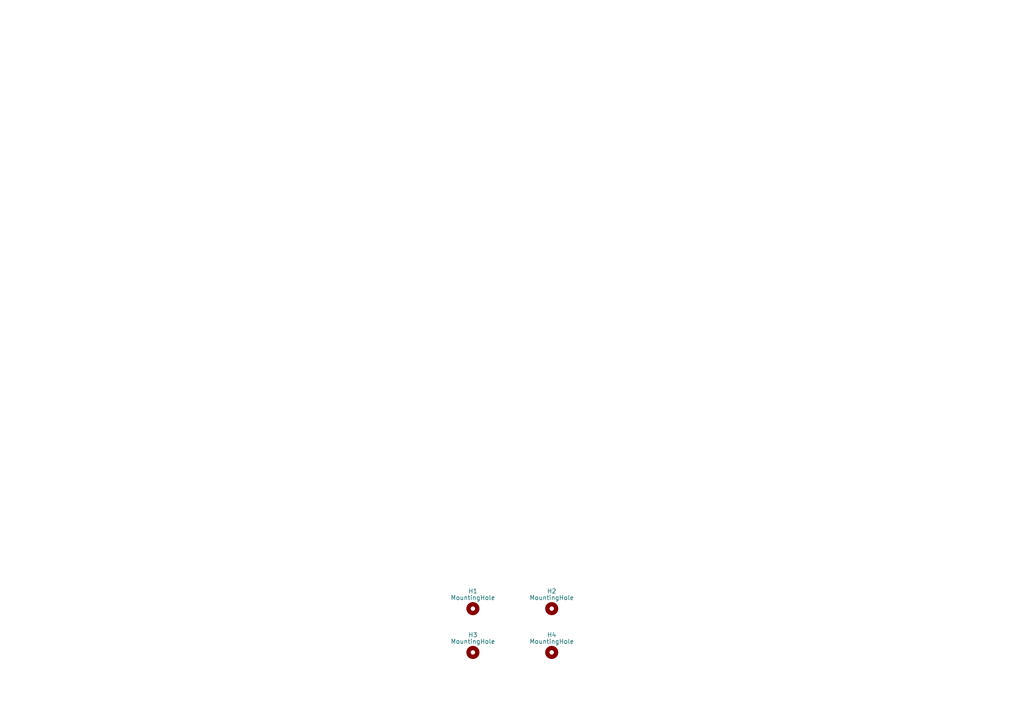
<source format=kicad_sch>
(kicad_sch (version 20210126) (generator eeschema)
  (paper "A4")
  (lib_symbols
    (symbol "Mechanical:MountingHole" (pin_names (offset 1.016))
      (property "Reference" "H" (at 0 5.08 0))
      (property "Value" "MountingHole" (at 0 3.175 0))
      (symbol "MountingHole_0_1"
        (circle (center 0 0) (radius 1.27) (stroke (width 1.27)))
      )
    )
  )
  (symbol (lib_id "Mechanical:MountingHole") (at 137.16 176.53 0) (unit 1)
    (property "Reference" "H1" (at 137.16 171.45 0))
    (property "Value" "MountingHole" (at 137.16 173.355 0))
    (property "Footprint" "MountingHole:MountingHole_3.2mm_M3" (effects hide))
  )
  (symbol (lib_id "Mechanical:MountingHole") (at 137.16 189.23 0) (unit 1)
    (property "Reference" "H3" (at 137.16 184.15 0))
    (property "Value" "MountingHole" (at 137.16 186.055 0))
    (property "Footprint" "MountingHole:MountingHole_3.2mm_M3" (effects hide))
  )
  (symbol (lib_id "Mechanical:MountingHole") (at 160.02 176.53 0) (unit 1)
    (property "Reference" "H2" (at 160.02 171.45 0))
    (property "Value" "MountingHole" (at 160.02 173.355 0))
    (property "Footprint" "MountingHole:MountingHole_3.2mm_M3" (effects hide))
  )
  (symbol (lib_id "Mechanical:MountingHole") (at 160.02 189.23 0) (unit 1)
    (property "Reference" "H4" (at 160.02 184.15 0))
    (property "Value" "MountingHole" (at 160.02 186.055 0))
    (property "Footprint" "MountingHole:MountingHole_3.2mm_M3" (effects hide))
  )
)
</source>
